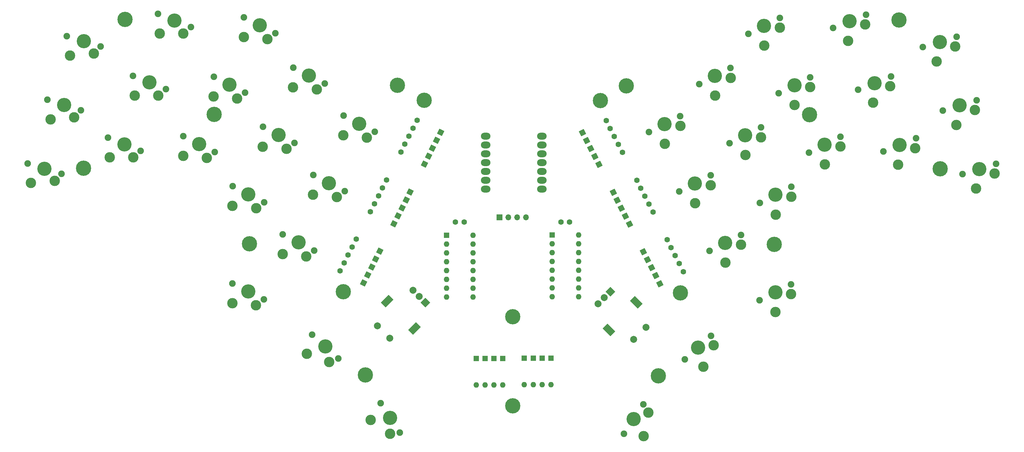
<source format=gbr>
G04 #@! TF.GenerationSoftware,KiCad,Pcbnew,(6.0.7)*
G04 #@! TF.CreationDate,2023-01-09T18:54:25-06:00*
G04 #@! TF.ProjectId,voxcertus-main,766f7863-6572-4747-9573-2d6d61696e2e,1.7*
G04 #@! TF.SameCoordinates,Original*
G04 #@! TF.FileFunction,Soldermask,Top*
G04 #@! TF.FilePolarity,Negative*
%FSLAX46Y46*%
G04 Gerber Fmt 4.6, Leading zero omitted, Abs format (unit mm)*
G04 Created by KiCad (PCBNEW (6.0.7)) date 2023-01-09 18:54:25*
%MOMM*%
%LPD*%
G01*
G04 APERTURE LIST*
G04 Aperture macros list*
%AMHorizOval*
0 Thick line with rounded ends*
0 $1 width*
0 $2 $3 position (X,Y) of the first rounded end (center of the circle)*
0 $4 $5 position (X,Y) of the second rounded end (center of the circle)*
0 Add line between two ends*
20,1,$1,$2,$3,$4,$5,0*
0 Add two circle primitives to create the rounded ends*
1,1,$1,$2,$3*
1,1,$1,$4,$5*%
%AMRotRect*
0 Rectangle, with rotation*
0 The origin of the aperture is its center*
0 $1 length*
0 $2 width*
0 $3 Rotation angle, in degrees counterclockwise*
0 Add horizontal line*
21,1,$1,$2,0,0,$3*%
G04 Aperture macros list end*
%ADD10C,4.100000*%
%ADD11C,1.900000*%
%ADD12C,3.000000*%
%ADD13RotRect,1.600000X1.600000X153.000000*%
%ADD14HorizOval,1.600000X0.000000X0.000000X0.000000X0.000000X0*%
%ADD15O,1.600000X1.600000*%
%ADD16C,4.400000*%
%ADD17RotRect,1.600000X1.600000X27.000000*%
%ADD18HorizOval,1.600000X0.000000X0.000000X0.000000X0.000000X0*%
%ADD19C,1.600000*%
%ADD20RotRect,2.000000X2.000000X315.000000*%
%ADD21C,2.000000*%
%ADD22RotRect,3.200000X2.000000X315.000000*%
%ADD23R,1.600000X1.600000*%
%ADD24O,2.748280X1.998980*%
%ADD25R,1.700000X1.700000*%
%ADD26O,1.700000X1.700000*%
%ADD27RotRect,2.000000X2.000000X225.000000*%
%ADD28RotRect,3.200000X2.000000X225.000000*%
G04 APERTURE END LIST*
D10*
X104381400Y-92417200D03*
D11*
X108907713Y-94723472D03*
D12*
X106622999Y-96410060D03*
X99811972Y-95790377D03*
D11*
X99855087Y-90110928D03*
D10*
X209718284Y-92518088D03*
D11*
X205191971Y-94824360D03*
X214244597Y-90211816D03*
D12*
X209761399Y-98197537D03*
X214266155Y-93051541D03*
D13*
X116703135Y-116570904D03*
D14*
X109913665Y-113111496D03*
D13*
X117871535Y-114284904D03*
D14*
X111082065Y-110825496D03*
D15*
X149910000Y-83997200D03*
D13*
X131866935Y-86979904D03*
D14*
X125077465Y-83520496D03*
D16*
X71380000Y-72627200D03*
D12*
X69259599Y-85183260D03*
D11*
X62491687Y-78884128D03*
X71544313Y-83496672D03*
D10*
X67018000Y-81190400D03*
D12*
X62448572Y-84563577D03*
D17*
X180895200Y-84725200D03*
D18*
X187684670Y-81265792D03*
D13*
X135372135Y-80121904D03*
D14*
X128582665Y-76662496D03*
D16*
X131813400Y-68617400D03*
D13*
X134203735Y-82407904D03*
D14*
X127414265Y-78948496D03*
D12*
X98041086Y-141554894D03*
D11*
X99552681Y-136080127D03*
D12*
X104459647Y-143916285D03*
D11*
X107103033Y-142878493D03*
D10*
X103327857Y-139479310D03*
D19*
X173660000Y-103637200D03*
X171160000Y-103637200D03*
D15*
X165310000Y-83997200D03*
D12*
X273130355Y-82371484D03*
D11*
X273356378Y-79540687D03*
X263936190Y-83346689D03*
D10*
X268646284Y-81443688D03*
D12*
X268194239Y-87105283D03*
D16*
X33800000Y-88157200D03*
D11*
X228379087Y-98101672D03*
D12*
X232948515Y-101474849D03*
X237453271Y-96328853D03*
D10*
X232905400Y-95795400D03*
D11*
X237431713Y-93489128D03*
D17*
X178558400Y-80153200D03*
D18*
X185347870Y-76693792D03*
D16*
X199189200Y-147899200D03*
D15*
X149910000Y-94157200D03*
D17*
X197252800Y-116780000D03*
D18*
X204042270Y-113320592D03*
D11*
X76664887Y-93336728D03*
X85717513Y-97949272D03*
D12*
X76621772Y-99016177D03*
X83432799Y-99635860D03*
D10*
X81191200Y-95643000D03*
D15*
X149910000Y-86537200D03*
D11*
X27400628Y-89762248D03*
D12*
X18628338Y-92392404D03*
D11*
X17684572Y-86791752D03*
D12*
X25443497Y-91819950D03*
D10*
X22542600Y-88277000D03*
X224196284Y-78675088D03*
D11*
X219669971Y-80981360D03*
D12*
X228744155Y-79208541D03*
X224239399Y-84354537D03*
D11*
X228722597Y-76368816D03*
D17*
X194916000Y-112208000D03*
D18*
X201705470Y-108748592D03*
D15*
X165310000Y-91617200D03*
D17*
X199589600Y-121377400D03*
D18*
X206379070Y-117917992D03*
D13*
X125440735Y-99552904D03*
D14*
X118651265Y-96093496D03*
D12*
X218470515Y-115317849D03*
D11*
X213901087Y-111944672D03*
D12*
X222975271Y-110171853D03*
D11*
X222953713Y-107332128D03*
D10*
X218427400Y-109638400D03*
D20*
X185389464Y-123660334D03*
D21*
X181853930Y-127195868D03*
X183621697Y-125428101D03*
D22*
X184965200Y-134691200D03*
X192884796Y-126771604D03*
D21*
X192106978Y-137448916D03*
X195642512Y-133913382D03*
D13*
X133035335Y-84693904D03*
D14*
X126245865Y-81234496D03*
D11*
X94114687Y-59148328D03*
D12*
X100882599Y-65447460D03*
D10*
X98641000Y-61454600D03*
D12*
X94071572Y-64827777D03*
D11*
X103167313Y-63760872D03*
D10*
X210619200Y-139776238D03*
D12*
X212130796Y-145251005D03*
X215150174Y-139114438D03*
D11*
X206844024Y-143175421D03*
X214394376Y-136377055D03*
D12*
X196282498Y-158533248D03*
D11*
X194843966Y-156084754D03*
D12*
X194954263Y-165242190D03*
D11*
X189310434Y-164605646D03*
D10*
X192077200Y-160345200D03*
D16*
X157279200Y-130881200D03*
D15*
X149910000Y-81457200D03*
D23*
X168600000Y-107375992D03*
D15*
X168600000Y-109915992D03*
X168600000Y-112455992D03*
X168600000Y-114995992D03*
X168600000Y-117535992D03*
X168600000Y-120075992D03*
X168600000Y-122615992D03*
X168600000Y-125155992D03*
X176220000Y-125155992D03*
X176220000Y-122615992D03*
X176220000Y-120075992D03*
X176220000Y-117535992D03*
X176220000Y-114995992D03*
X176220000Y-112455992D03*
X176220000Y-109915992D03*
X176220000Y-107375992D03*
D24*
X149538710Y-78927690D03*
X149538710Y-81467690D03*
X149538710Y-84007690D03*
X149538710Y-86547690D03*
X149538710Y-89087690D03*
X149538710Y-91627690D03*
X149538710Y-94167690D03*
X165703270Y-94167690D03*
X165703270Y-91627690D03*
X165703270Y-89087690D03*
X165703270Y-86547690D03*
X165703270Y-84007690D03*
X165703270Y-81467690D03*
X165703270Y-78927690D03*
D23*
X149310000Y-142889200D03*
D15*
X149310000Y-150509200D03*
D12*
X284976234Y-75657852D03*
D10*
X285920000Y-70057200D03*
D12*
X290306145Y-71372278D03*
D11*
X281061972Y-71542448D03*
X290778028Y-68571952D03*
D10*
X232857684Y-123861688D03*
D11*
X237383997Y-121555416D03*
D12*
X232900799Y-129541137D03*
X237405555Y-124395141D03*
D11*
X228331371Y-126167960D03*
D16*
X280300000Y-88317200D03*
D10*
X280210000Y-51777200D03*
D12*
X284596145Y-53092278D03*
X279266234Y-57377852D03*
D11*
X285068028Y-50291952D03*
X275351972Y-53262448D03*
D17*
X190877400Y-104232400D03*
D18*
X197666870Y-100772992D03*
D11*
X28962172Y-50114152D03*
D12*
X29905938Y-55714804D03*
D10*
X33820200Y-51599400D03*
D11*
X38678228Y-53084648D03*
D12*
X36721097Y-55142350D03*
D23*
X154390000Y-142889200D03*
D15*
X154390000Y-150509200D03*
D12*
X215501799Y-67260337D03*
D10*
X215458684Y-61580888D03*
D11*
X219984997Y-59274616D03*
D12*
X220006555Y-62114341D03*
D11*
X210932371Y-63887160D03*
D12*
X91074372Y-112884577D03*
X97885399Y-113504260D03*
D11*
X100170113Y-111817672D03*
D10*
X95643800Y-109511400D03*
D11*
X91117487Y-107205128D03*
D23*
X138220000Y-107403400D03*
D15*
X138220000Y-109943400D03*
X138220000Y-112483400D03*
X138220000Y-115023400D03*
X138220000Y-117563400D03*
X138220000Y-120103400D03*
X138220000Y-122643400D03*
X138220000Y-125183400D03*
X145840000Y-125183400D03*
X145840000Y-122643400D03*
X145840000Y-120103400D03*
X145840000Y-117563400D03*
X145840000Y-115023400D03*
X145840000Y-112483400D03*
X145840000Y-109943400D03*
X145840000Y-107403400D03*
D10*
X81165800Y-123633800D03*
D11*
X85692113Y-125940072D03*
X76639487Y-121327528D03*
D12*
X76596372Y-127006977D03*
X83407399Y-127626660D03*
D13*
X119039935Y-111998904D03*
D14*
X112250465Y-108539496D03*
D15*
X165310000Y-81457200D03*
D25*
X153470000Y-102237200D03*
D26*
X156010000Y-102237200D03*
X158550000Y-102237200D03*
X161090000Y-102237200D03*
D11*
X88994113Y-49308272D03*
D12*
X86709399Y-50994860D03*
D10*
X84467800Y-47002000D03*
D11*
X79941487Y-44695728D03*
D12*
X79898372Y-50375177D03*
D16*
X81510000Y-109927200D03*
D17*
X188540600Y-99660400D03*
D18*
X195330070Y-96200992D03*
D12*
X295956145Y-89702278D03*
X290626234Y-93987852D03*
D11*
X286711972Y-89872448D03*
X296428028Y-86901952D03*
D10*
X291570000Y-88387200D03*
D23*
X168310800Y-142819200D03*
D15*
X168310800Y-150439200D03*
D17*
X186203800Y-95088400D03*
D18*
X192993270Y-91628992D03*
D19*
X143320000Y-103597200D03*
X140820000Y-103597200D03*
D15*
X149910000Y-89077200D03*
D17*
X182063600Y-87011200D03*
D18*
X188853070Y-83551792D03*
D15*
X149910000Y-91617200D03*
D23*
X163180000Y-142819200D03*
D15*
X163180000Y-150439200D03*
D17*
X177390000Y-77867200D03*
D18*
X184179470Y-74407792D03*
D13*
X126609135Y-97266904D03*
D14*
X119819665Y-93807496D03*
D10*
X89928800Y-78548800D03*
D12*
X92170399Y-82541660D03*
D11*
X85402487Y-76242528D03*
D12*
X85359372Y-81921977D03*
D11*
X94455113Y-80855072D03*
D13*
X123103935Y-104124904D03*
D14*
X116314465Y-100665496D03*
D10*
X28181400Y-69938200D03*
D11*
X23323372Y-68452952D03*
D12*
X31082297Y-73481150D03*
D11*
X33039428Y-71423448D03*
D12*
X24267138Y-74053604D03*
D13*
X114366335Y-121142904D03*
D14*
X107576865Y-117683496D03*
D17*
X198421200Y-119066000D03*
D18*
X205210670Y-115606592D03*
D11*
X108567287Y-73016728D03*
D10*
X113093600Y-75323000D03*
D12*
X115335199Y-79315860D03*
D11*
X117619913Y-77629272D03*
D12*
X108524172Y-78696177D03*
D17*
X187372200Y-97374400D03*
D18*
X194161670Y-93914992D03*
D10*
X247078600Y-81368200D03*
D12*
X247121715Y-87047649D03*
D11*
X242552287Y-83674472D03*
D12*
X251626471Y-81901653D03*
D11*
X251604913Y-79061928D03*
D13*
X136540535Y-77835904D03*
D14*
X129751065Y-74376496D03*
D23*
X165745400Y-142819200D03*
D15*
X165745400Y-150439200D03*
D16*
X268440000Y-45427200D03*
D12*
X258718483Y-46750568D03*
D11*
X249524318Y-47725773D03*
D12*
X253782367Y-51484367D03*
D10*
X254234412Y-45822772D03*
D11*
X258944506Y-43919771D03*
D16*
X205539200Y-124023200D03*
D23*
X160614600Y-142819200D03*
D15*
X160614600Y-150439200D03*
D10*
X75755600Y-64096200D03*
D11*
X80281913Y-66402472D03*
X71229287Y-61789928D03*
D12*
X71186172Y-67469377D03*
X77997199Y-68089060D03*
D16*
X157279200Y-156579792D03*
D15*
X165310000Y-78917200D03*
D12*
X205528555Y-75957341D03*
D10*
X200980684Y-75423888D03*
D11*
X205506997Y-73117616D03*
D12*
X201023799Y-81103337D03*
D11*
X196454371Y-77730160D03*
D16*
X232600000Y-110077200D03*
D11*
X234155113Y-44848128D03*
D12*
X234176671Y-47687853D03*
X229671915Y-52833849D03*
D11*
X225102487Y-49460672D03*
D10*
X229628800Y-47154400D03*
D15*
X165310000Y-89077200D03*
D16*
X189980000Y-64427200D03*
D17*
X179726800Y-82439200D03*
D18*
X186516270Y-78979792D03*
D16*
X124130000Y-64297200D03*
X45680000Y-45300200D03*
D13*
X115534735Y-118856904D03*
D14*
X108745265Y-115397496D03*
D17*
X196084400Y-114494000D03*
D18*
X202873870Y-111034592D03*
D23*
X146770000Y-142889200D03*
D15*
X146770000Y-150509200D03*
D11*
X256713789Y-65531226D03*
D12*
X265907954Y-64556021D03*
X260971838Y-69289820D03*
D11*
X266133977Y-61725224D03*
D10*
X261423883Y-63628225D03*
D16*
X242730000Y-72757200D03*
D12*
X62495871Y-49402635D03*
D10*
X59914801Y-45620337D03*
D11*
X64624895Y-47523338D03*
X55204707Y-43717336D03*
D12*
X55656753Y-49378930D03*
D23*
X151850000Y-142889200D03*
D15*
X151850000Y-150509200D03*
D16*
X108511200Y-123697200D03*
D13*
X124272335Y-101838904D03*
D14*
X117482865Y-98379496D03*
D12*
X55298870Y-67218098D03*
D10*
X52717800Y-63435800D03*
D11*
X57427894Y-65338801D03*
D12*
X48459752Y-67194393D03*
D11*
X48007706Y-61532799D03*
D17*
X189709000Y-101946400D03*
D18*
X196498470Y-98486992D03*
D27*
X132133200Y-126817200D03*
D21*
X128597666Y-123281666D03*
X130365433Y-125049433D03*
D28*
X129021930Y-134312532D03*
X121102334Y-126392936D03*
D21*
X118344618Y-133534714D03*
X121880152Y-137070248D03*
D16*
X114861200Y-147640162D03*
D13*
X127777535Y-94955504D03*
D14*
X120988065Y-91496096D03*
D15*
X165310000Y-94157200D03*
X165310000Y-86537200D03*
D12*
X238412599Y-69927337D03*
D11*
X242895797Y-61941616D03*
D12*
X242917355Y-64781341D03*
D11*
X233843171Y-66554160D03*
D10*
X238369484Y-64247888D03*
X121999400Y-160012600D03*
D12*
X116355570Y-160649143D03*
D11*
X119232634Y-155752154D03*
D12*
X121944251Y-164591318D03*
D11*
X124766166Y-164273046D03*
D15*
X149910000Y-78917200D03*
D16*
X182530000Y-68627200D03*
D12*
X48094221Y-85026155D03*
D11*
X50223245Y-83146858D03*
D10*
X45513151Y-81243857D03*
D12*
X41255103Y-85002450D03*
D11*
X40803057Y-79340856D03*
M02*

</source>
